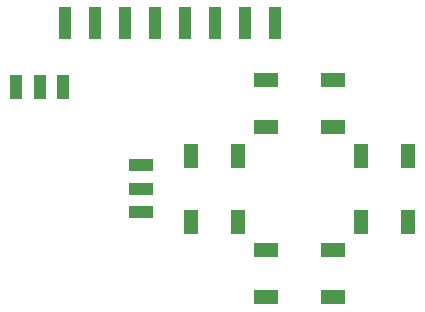
<source format=gtp>
G04 #@! TF.GenerationSoftware,KiCad,Pcbnew,(5.1.5-0-10_14)*
G04 #@! TF.CreationDate,2020-08-30T09:08:57+09:00*
G04 #@! TF.ProjectId,BreadboardController,42726561-6462-46f6-9172-64436f6e7472,2.0*
G04 #@! TF.SameCoordinates,Original*
G04 #@! TF.FileFunction,Paste,Top*
G04 #@! TF.FilePolarity,Positive*
%FSLAX46Y46*%
G04 Gerber Fmt 4.6, Leading zero omitted, Abs format (unit mm)*
G04 Created by KiCad (PCBNEW (5.1.5-0-10_14)) date 2020-08-30 09:08:57*
%MOMM*%
%LPD*%
G04 APERTURE LIST*
%ADD10R,1.200000X2.000000*%
%ADD11R,2.000000X1.200000*%
%ADD12R,1.000000X2.799999*%
%ADD13R,2.000000X1.000000*%
%ADD14R,1.000000X2.000000*%
G04 APERTURE END LIST*
D10*
X160200000Y-92800000D03*
X156200000Y-92800000D03*
X160200000Y-87200000D03*
X156200000Y-87200000D03*
D11*
X148200000Y-99200000D03*
X148200000Y-95200000D03*
X153800000Y-99200000D03*
X153800000Y-95200000D03*
D10*
X141800000Y-87200000D03*
X145800000Y-87200000D03*
X141800000Y-92800000D03*
X145800000Y-92800000D03*
D11*
X153800000Y-80800000D03*
X153800000Y-84800000D03*
X148200000Y-80800000D03*
X148200000Y-84800000D03*
D12*
X146350000Y-76000000D03*
X143810000Y-76000000D03*
X141270000Y-76000000D03*
X138730000Y-76000000D03*
X136190000Y-76000000D03*
X133650000Y-76000000D03*
X131110000Y-76000000D03*
X148890000Y-76000000D03*
D13*
X137600000Y-88000000D03*
X137600000Y-90000000D03*
X137600000Y-92000000D03*
D14*
X127000000Y-81400000D03*
X129000000Y-81400000D03*
X131000000Y-81400000D03*
M02*

</source>
